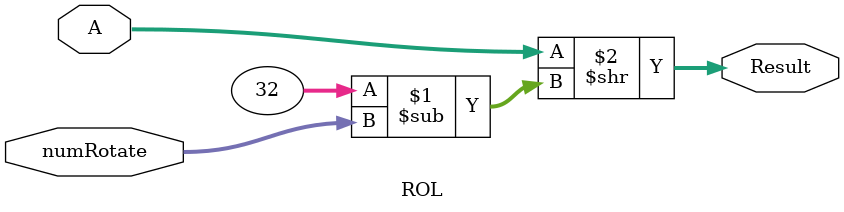
<source format=v>
module ROL(input [31:0] A, numRotate, output [31:0] Result);
    
	 assign Result[31:0] = {A << numRotate, A >> (32 - numRotate)}; 
	 
endmodule 
</source>
